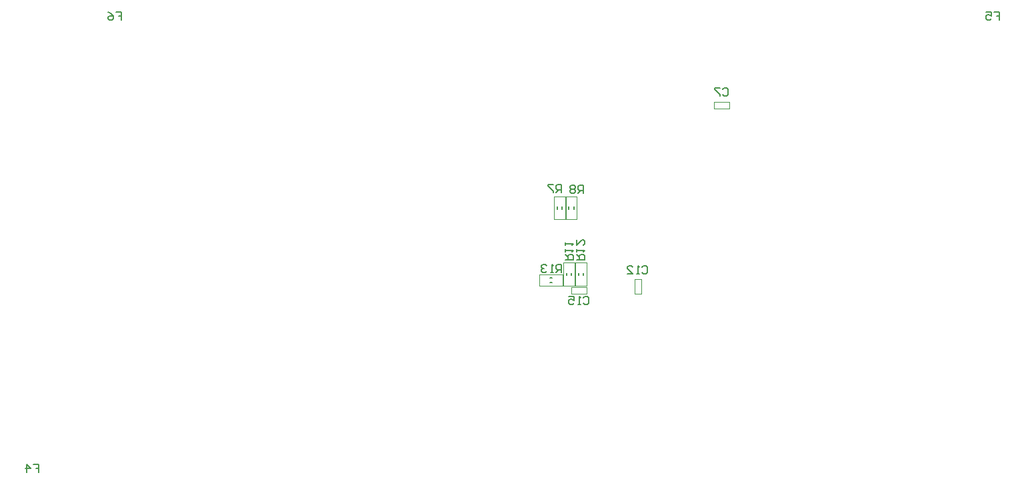
<source format=gbo>
G04 Layer_Color=32896*
%FSTAX24Y24*%
%MOIN*%
G70*
G01*
G75*
%ADD57C,0.0080*%
%ADD58C,0.0079*%
%ADD61C,0.0020*%
D57*
X416913Y346569D02*
X417312D01*
Y346769D01*
X417246Y346835D01*
X417113D01*
X417046Y346769D01*
Y346569D01*
Y346702D02*
X416913Y346835D01*
Y346969D02*
Y347102D01*
Y347035D01*
X417312D01*
X417246Y346969D01*
X416913Y347569D02*
Y347302D01*
X417179Y347569D01*
X417246D01*
X417312Y347502D01*
Y347369D01*
X417246Y347302D01*
X416322Y346569D02*
X416722D01*
Y346769D01*
X416655Y346835D01*
X416522D01*
X416455Y346769D01*
Y346569D01*
Y346702D02*
X416322Y346835D01*
Y346969D02*
Y347102D01*
Y347035D01*
X416722D01*
X416655Y346969D01*
X416322Y347302D02*
Y347435D01*
Y347369D01*
X416722D01*
X416655Y347302D01*
X417228Y349876D02*
Y350276D01*
X417028D01*
X416961Y350209D01*
Y350076D01*
X417028Y350009D01*
X417228D01*
X417094D02*
X416961Y349876D01*
X416828Y350209D02*
X416761Y350276D01*
X416628D01*
X416561Y350209D01*
Y350143D01*
X416628Y350076D01*
X416561Y350009D01*
Y349943D01*
X416628Y349876D01*
X416761D01*
X416828Y349943D01*
Y350009D01*
X416761Y350076D01*
X416828Y350143D01*
Y350209D01*
X416761Y350076D02*
X416628D01*
X416125Y349915D02*
Y350315D01*
X415925D01*
X415859Y350249D01*
Y350115D01*
X415925Y350049D01*
X416125D01*
X415992D02*
X415859Y349915D01*
X415725Y350315D02*
X415459D01*
Y350249D01*
X415725Y349982D01*
Y349915D01*
X416125Y345939D02*
Y346339D01*
X415925D01*
X415859Y346272D01*
Y346139D01*
X415925Y346072D01*
X416125D01*
X415992D02*
X415859Y345939D01*
X415725D02*
X415592D01*
X415659D01*
Y346339D01*
X415725Y346272D01*
X415392D02*
X415325Y346339D01*
X415192D01*
X415126Y346272D01*
Y346206D01*
X415192Y346139D01*
X415259D01*
X415192D01*
X415126Y346072D01*
Y346006D01*
X415192Y345939D01*
X415325D01*
X415392Y346006D01*
X417237Y344658D02*
X417303Y344725D01*
X417437D01*
X417503Y344658D01*
Y344391D01*
X417437Y344325D01*
X417303D01*
X417237Y344391D01*
X417103Y344325D02*
X41697D01*
X417037D01*
Y344725D01*
X417103Y344658D01*
X416503Y344725D02*
X41677D01*
Y344525D01*
X416637Y344591D01*
X41657D01*
X416503Y344525D01*
Y344391D01*
X41657Y344325D01*
X416703D01*
X41677Y344391D01*
X42015Y346193D02*
X420217Y34626D01*
X42035D01*
X420417Y346193D01*
Y345927D01*
X42035Y34586D01*
X420217D01*
X42015Y345927D01*
X420017Y34586D02*
X419883D01*
X41995D01*
Y34626D01*
X420017Y346193D01*
X419417Y34586D02*
X419683D01*
X419417Y346127D01*
Y346193D01*
X419483Y34626D01*
X419617D01*
X419683Y346193D01*
X424193Y355093D02*
X42426Y35516D01*
X424393D01*
X42446Y355093D01*
Y354827D01*
X424393Y35476D01*
X42426D01*
X424193Y354827D01*
X42406Y35516D02*
X423794D01*
Y355093D01*
X42406Y354827D01*
Y35476D01*
X389723Y33631D02*
X38999D01*
Y33611D01*
X389857D01*
X38999D01*
Y33591D01*
X38939D02*
Y33631D01*
X38959Y33611D01*
X389324D01*
X437753Y35895D02*
X43802D01*
Y35875D01*
X437887D01*
X43802D01*
Y35855D01*
X437354Y35895D02*
X43762D01*
Y35875D01*
X437487Y358817D01*
X43742D01*
X437354Y35875D01*
Y358617D01*
X43742Y35855D01*
X437553D01*
X43762Y358617D01*
X393863Y35895D02*
X39413D01*
Y35875D01*
X393997D01*
X39413D01*
Y35855D01*
X393464Y35895D02*
X393597Y358883D01*
X39373Y35875D01*
Y358617D01*
X393663Y35855D01*
X39353D01*
X393464Y358617D01*
Y358683D01*
X39353Y35875D01*
X39373D01*
D58*
X416982Y345784D02*
Y345902D01*
X417237Y345784D02*
Y345902D01*
X416391Y345784D02*
Y345902D01*
X416647Y345784D02*
Y345902D01*
X415554Y345673D02*
X415672D01*
X415554Y345417D02*
X415672D01*
X416765Y349108D02*
Y349226D01*
X416509Y349108D02*
Y349226D01*
X416174Y349108D02*
Y349226D01*
X415919Y349108D02*
Y349226D01*
D61*
X423776Y354123D02*
X424524D01*
X423776Y354457D02*
X424524D01*
X423776Y354123D02*
Y354457D01*
X424524Y354123D02*
Y354457D01*
X419813Y344856D02*
Y345604D01*
X420147Y344856D02*
Y345604D01*
X419813D02*
X420147D01*
X419813Y344856D02*
X420147D01*
X416646Y344863D02*
X417394D01*
X416646Y345197D02*
X417394D01*
X416646Y344863D02*
Y345197D01*
X417394Y344863D02*
Y345197D01*
X416834Y346414D02*
X417385D01*
X416834Y345272D02*
X417385D01*
X416834D02*
Y346414D01*
X417385Y345272D02*
Y346414D01*
X416243D02*
X416794D01*
X416243Y345272D02*
X416794D01*
X416243D02*
Y346414D01*
X416794Y345272D02*
Y346414D01*
X416184Y34527D02*
Y345821D01*
X415043Y34527D02*
Y345821D01*
X416184D01*
X415043Y34527D02*
X416184D01*
X416361Y348596D02*
X416913D01*
X416361Y349738D02*
X416913D01*
Y348596D02*
Y349738D01*
X416361Y348596D02*
Y349738D01*
X415771Y348596D02*
X416322D01*
X415771Y349738D02*
X416322D01*
Y348596D02*
Y349738D01*
X415771Y348596D02*
Y349738D01*
M02*

</source>
